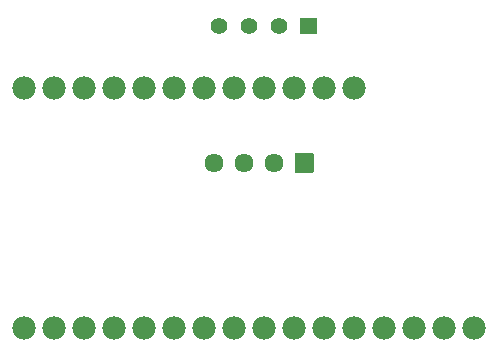
<source format=gts>
G04 Layer: TopSolderMaskLayer*
G04 EasyEDA v6.5.5, 2022-05-19 09:40:35*
G04 cccee4e8604c442182ae7a2f59335eea,d4d611e81e4947998488be7877915955,10*
G04 Gerber Generator version 0.2*
G04 Scale: 100 percent, Rotated: No, Reflected: No *
G04 Dimensions in millimeters *
G04 leading zeros omitted , absolute positions ,4 integer and 5 decimal *
%FSLAX45Y45*%
%MOMM*%

%ADD21C,1.9812*%
%ADD23C,1.6096*%
%ADD25C,1.3970*%

%LPD*%
D21*
G01*
X5854700Y4000500D03*
G01*
X5600700Y4000500D03*
G01*
X5346700Y4000500D03*
G01*
X5092700Y4000500D03*
G01*
X4838700Y4000500D03*
G01*
X4584700Y4000500D03*
G01*
X4330700Y4000500D03*
G01*
X4076700Y4000500D03*
G01*
X3822700Y4000500D03*
G01*
X3568700Y4000500D03*
G01*
X3314700Y4000500D03*
G01*
X3060700Y4000500D03*
G01*
X5854700Y1968500D03*
G01*
X5600700Y1968500D03*
G01*
X5346700Y1968500D03*
G01*
X5092700Y1968500D03*
G01*
X4838700Y1968500D03*
G01*
X4584700Y1968500D03*
G01*
X4330700Y1968500D03*
G01*
X4076700Y1968500D03*
G01*
X3822700Y1968500D03*
G01*
X3568700Y1968500D03*
G01*
X3314700Y1968500D03*
G01*
X3060700Y1968500D03*
G01*
X6108700Y1968500D03*
G01*
X6362700Y1968500D03*
G01*
X6616700Y1968500D03*
G01*
X6870700Y1968500D03*
G36*
X5360161Y3284981D02*
G01*
X5360200Y3285020D01*
X5358676Y3285274D01*
X5357152Y3286036D01*
X5356136Y3287052D01*
X5355374Y3288576D01*
X5355120Y3290100D01*
X5355081Y3290062D01*
X5355081Y3440937D01*
X5355120Y3440899D01*
X5355374Y3442423D01*
X5356136Y3443947D01*
X5357152Y3444963D01*
X5358676Y3445725D01*
X5360200Y3445979D01*
X5360161Y3446018D01*
X5511038Y3446018D01*
X5510999Y3445979D01*
X5512523Y3445725D01*
X5514047Y3444963D01*
X5515063Y3443947D01*
X5515825Y3442423D01*
X5516079Y3440899D01*
X5516118Y3440937D01*
X5516118Y3290062D01*
X5516079Y3290100D01*
X5515825Y3288576D01*
X5515063Y3287052D01*
X5514047Y3286036D01*
X5512523Y3285274D01*
X5510999Y3285020D01*
X5511038Y3284981D01*
G37*
D23*
G01*
X5181600Y3365500D03*
G01*
X4927600Y3365500D03*
G01*
X4673600Y3365500D03*
G36*
X5408929Y4456684D02*
G01*
X5408929Y4456714D01*
X5407406Y4456968D01*
X5405881Y4457730D01*
X5404865Y4458746D01*
X5404104Y4460270D01*
X5403850Y4461794D01*
X5403850Y4591334D01*
X5404104Y4592858D01*
X5404865Y4594382D01*
X5405881Y4595398D01*
X5407406Y4596160D01*
X5408929Y4596414D01*
X5408929Y4596384D01*
X5538470Y4596384D01*
X5538470Y4596414D01*
X5539993Y4596160D01*
X5541518Y4595398D01*
X5542534Y4594382D01*
X5543295Y4592858D01*
X5543550Y4591334D01*
X5543550Y4461794D01*
X5543295Y4460270D01*
X5542534Y4458746D01*
X5541518Y4457730D01*
X5539993Y4456968D01*
X5538470Y4456714D01*
X5538470Y4456684D01*
G37*
D25*
G01*
X5219700Y4526559D03*
G01*
X4965700Y4526559D03*
G01*
X4711700Y4526559D03*
M02*

</source>
